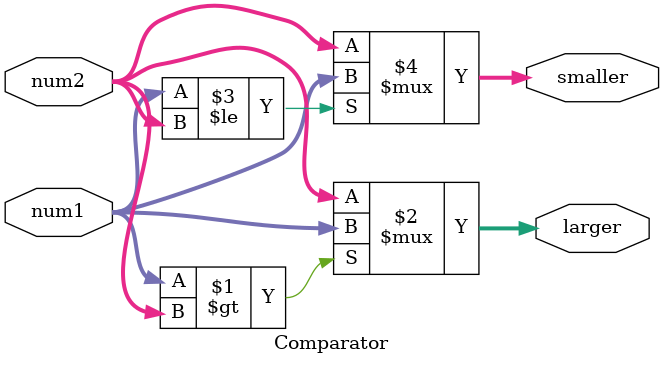
<source format=sv>
module CT(
    input [3:0] in_n0, in_n1, in_n2, in_n3, in_n4, in_n5,
	input [4:0] opcode,
	output reg [9:0] out_n
);

	wire [4:0] value_0, value_1, value_2, value_3, value_4, value_5;
	wire [4:0] sorted_0, sorted_1, sorted_2, sorted_3, sorted_4, sorted_5;
	reg [4:0] opvalue_0, opvalue_1, opvalue_2, opvalue_3, opvalue_4, opvalue_5;
	//reg [7:0] average; 
  

	//---------------------------------------------------------------------
	//   Your design                        
	//---------------------------------------------------------------------
	register_file val0 (.address(in_n0), .value(value_0));
	register_file val1 (.address(in_n1), .value(value_1));
	register_file val2 (.address(in_n2), .value(value_2));
	register_file val3 (.address(in_n3), .value(value_3));
	register_file val4 (.address(in_n4), .value(value_4));
	register_file val5 (.address(in_n5), .value(value_5));
	
	Sort LeftLargest(value_0, value_1, value_2, value_3, value_4, value_5, {sorted_5, sorted_4, sorted_3, sorted_2, sorted_1, sorted_0});
	
	always@*begin
		out_n = 0;
		case(opcode[4:3])
		2'b11: {opvalue_0, opvalue_1, opvalue_2, opvalue_3, opvalue_4, opvalue_5} = {sorted_0, sorted_1, sorted_2, sorted_3, sorted_4, sorted_5};
		2'b10: {opvalue_0, opvalue_1, opvalue_2, opvalue_3, opvalue_4, opvalue_5} = {sorted_5, sorted_4, sorted_3, sorted_2, sorted_1, sorted_0};
		2'b01: {opvalue_0, opvalue_1, opvalue_2, opvalue_3, opvalue_4, opvalue_5} = {value_5, value_4, value_3, value_2, value_1, value_0};
		2'b00: {opvalue_0, opvalue_1, opvalue_2, opvalue_3, opvalue_4, opvalue_5} = {value_0, value_1, value_2, value_3, value_4, value_5};
		endcase
		
		case(opcode[2:0])
		3'b000: begin
      //average = ((value_0 + value_1 + value_2 + value_3 + value_4 + value_5) / 6);
      out_n = out_n 
      + (opvalue_0 >= ((value_0 + value_1 + value_2 + value_3 + value_4 + value_5) / 6)) 
      + (opvalue_1 >= ((value_0 + value_1 + value_2 + value_3 + value_4 + value_5) / 6)) 
      + (opvalue_2 >= ((value_0 + value_1 + value_2 + value_3 + value_4 + value_5) / 6)) 
      + (opvalue_3 >= ((value_0 + value_1 + value_2 + value_3 + value_4 + value_5) / 6)) 
      + (opvalue_4 >= ((value_0 + value_1 + value_2 + value_3 + value_4 + value_5) / 6)) 
      + (opvalue_5 >= ((value_0 + value_1 + value_2 + value_3 + value_4 + value_5) / 6));
    end
		3'b001: out_n = opvalue_0 + opvalue_5;
		3'b010: out_n = (opvalue_3 * opvalue_4) / 2;
		3'b011: out_n = opvalue_0 + opvalue_2 + opvalue_2;
		3'b100: out_n = opvalue_1 & opvalue_2;
		3'b101: out_n = ~opvalue_0;
		3'b110: out_n = opvalue_3 ^ opvalue_4;
		3'b111: out_n = opvalue_1 << 1;
		endcase
	end

endmodule

//---------------------------------------------------------------------
//   Register design from TA (Do not modify, or demo fails)
//---------------------------------------------------------------------
module register_file(
    address,
    value
);
input [3:0] address;
output logic [4:0] value;

always_comb begin
    case(address)
    4'b0000:value = 5'd9;
    4'b0001:value = 5'd27;
    4'b0010:value = 5'd30;
    4'b0011:value = 5'd3;
    4'b0100:value = 5'd11;
    4'b0101:value = 5'd8;
    4'b0110:value = 5'd26;
    4'b0111:value = 5'd17;
    4'b1000:value = 5'd3;
    4'b1001:value = 5'd12;
    4'b1010:value = 5'd1;
    4'b1011:value = 5'd10;
    4'b1100:value = 5'd15;
    4'b1101:value = 5'd5;
    4'b1110:value = 5'd23;
    4'b1111:value = 5'd20;
    default: value = 0;
    endcase
end

endmodule

module Sort(
    input [4:0] in_num0, in_num1, in_num2, in_num3, in_num4, in_num5,
    output [29:0] out_num
);

wire [4:0] No0_lesser, No0_greater;
wire [4:0] No1_lesser, No1_greater;
wire [4:0] No2_lesser, No2_greater;
wire [4:0] No3_lesser, No3_greater;
wire [4:0] No4_lesser, No4_greater;
wire [4:0] No5_lesser, No5_greater;
wire [4:0] No6_lesser, No6_greater;
wire [4:0] No7_lesser, No7_greater;
wire [4:0] No8_lesser, No8_greater;
wire [4:0] No9_lesser, No9_greater;
wire [4:0] No10_lesser, No10_greater;
wire [4:0] No11_lesser, No11_greater;
wire [4:0] No12_lesser, No12_greater;
wire [4:0] No13_lesser, No13_greater;
wire [4:0] No14_lesser, No14_greater;

Comparator No0(in_num0,in_num1,No0_lesser, No0_greater);
Comparator No1(in_num2,in_num3,No1_lesser, No1_greater);
Comparator No2(in_num4,in_num5,No2_lesser, No2_greater);

Comparator No3(No0_greater, No1_lesser,No3_lesser, No3_greater);
Comparator No4(No1_greater, No2_lesser,No4_lesser, No4_greater);

Comparator No5(No0_lesser,No3_lesser,No5_lesser, No5_greater);
Comparator No6(No3_greater,No4_lesser,No6_lesser, No6_greater);
Comparator No7(No4_greater,No2_greater,No7_lesser, No7_greater);

Comparator No8(No5_greater, No6_lesser,No8_lesser, No8_greater);
Comparator No9(No6_greater, No7_lesser,No9_lesser, No9_greater);

Comparator No10(No5_lesser,No8_lesser,No10_lesser, No10_greater);
Comparator No11(No8_greater,No9_lesser,No11_lesser, No11_greater);
Comparator No12(No9_greater,No7_greater,No12_lesser, No12_greater);

Comparator No13(No10_greater, No11_lesser,No13_lesser, No13_greater);
Comparator No14(No11_greater, No12_lesser,No14_lesser, No14_greater);

assign out_num[4:0] = No10_lesser;
assign out_num[9:5] = No13_lesser;
assign out_num[14:10] = No13_greater;
assign out_num[19:15] = No14_lesser;
assign out_num[24:20] = No14_greater;
assign out_num[29:25] = No12_greater;

endmodule

module Comparator(
  input [4:0] num1,num2,
  output [4:0] smaller,larger
);
  assign larger = (num1 > num2) ? num1 : num2;
  assign smaller = (num1 <= num2) ? num1 : num2;
endmodule
</source>
